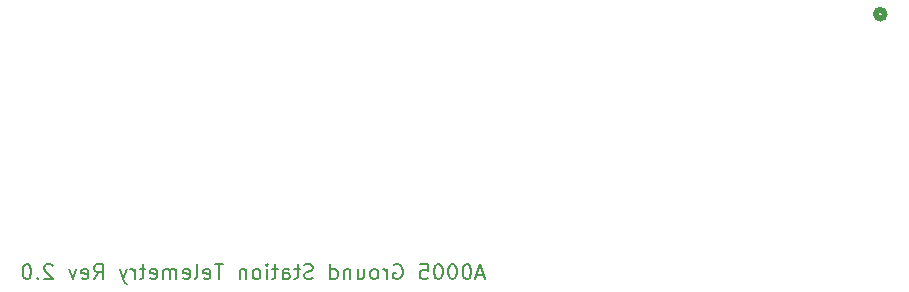
<source format=gbr>
%TF.GenerationSoftware,KiCad,Pcbnew,7.0.1*%
%TF.CreationDate,2023-04-09T14:50:30-07:00*%
%TF.ProjectId,Ground-Station-Telemetry,47726f75-6e64-42d5-9374-6174696f6e2d,rev?*%
%TF.SameCoordinates,Original*%
%TF.FileFunction,Legend,Bot*%
%TF.FilePolarity,Positive*%
%FSLAX46Y46*%
G04 Gerber Fmt 4.6, Leading zero omitted, Abs format (unit mm)*
G04 Created by KiCad (PCBNEW 7.0.1) date 2023-04-09 14:50:30*
%MOMM*%
%LPD*%
G01*
G04 APERTURE LIST*
%ADD10C,0.150000*%
%ADD11C,0.508000*%
G04 APERTURE END LIST*
D10*
X181331809Y-114397669D02*
X180727047Y-114397669D01*
X181452761Y-114760526D02*
X181029428Y-113490526D01*
X181029428Y-113490526D02*
X180606094Y-114760526D01*
X179940857Y-113490526D02*
X179819904Y-113490526D01*
X179819904Y-113490526D02*
X179698952Y-113551002D01*
X179698952Y-113551002D02*
X179638476Y-113611478D01*
X179638476Y-113611478D02*
X179578000Y-113732430D01*
X179578000Y-113732430D02*
X179517523Y-113974335D01*
X179517523Y-113974335D02*
X179517523Y-114276716D01*
X179517523Y-114276716D02*
X179578000Y-114518621D01*
X179578000Y-114518621D02*
X179638476Y-114639573D01*
X179638476Y-114639573D02*
X179698952Y-114700050D01*
X179698952Y-114700050D02*
X179819904Y-114760526D01*
X179819904Y-114760526D02*
X179940857Y-114760526D01*
X179940857Y-114760526D02*
X180061809Y-114700050D01*
X180061809Y-114700050D02*
X180122285Y-114639573D01*
X180122285Y-114639573D02*
X180182762Y-114518621D01*
X180182762Y-114518621D02*
X180243238Y-114276716D01*
X180243238Y-114276716D02*
X180243238Y-113974335D01*
X180243238Y-113974335D02*
X180182762Y-113732430D01*
X180182762Y-113732430D02*
X180122285Y-113611478D01*
X180122285Y-113611478D02*
X180061809Y-113551002D01*
X180061809Y-113551002D02*
X179940857Y-113490526D01*
X178731333Y-113490526D02*
X178610380Y-113490526D01*
X178610380Y-113490526D02*
X178489428Y-113551002D01*
X178489428Y-113551002D02*
X178428952Y-113611478D01*
X178428952Y-113611478D02*
X178368476Y-113732430D01*
X178368476Y-113732430D02*
X178307999Y-113974335D01*
X178307999Y-113974335D02*
X178307999Y-114276716D01*
X178307999Y-114276716D02*
X178368476Y-114518621D01*
X178368476Y-114518621D02*
X178428952Y-114639573D01*
X178428952Y-114639573D02*
X178489428Y-114700050D01*
X178489428Y-114700050D02*
X178610380Y-114760526D01*
X178610380Y-114760526D02*
X178731333Y-114760526D01*
X178731333Y-114760526D02*
X178852285Y-114700050D01*
X178852285Y-114700050D02*
X178912761Y-114639573D01*
X178912761Y-114639573D02*
X178973238Y-114518621D01*
X178973238Y-114518621D02*
X179033714Y-114276716D01*
X179033714Y-114276716D02*
X179033714Y-113974335D01*
X179033714Y-113974335D02*
X178973238Y-113732430D01*
X178973238Y-113732430D02*
X178912761Y-113611478D01*
X178912761Y-113611478D02*
X178852285Y-113551002D01*
X178852285Y-113551002D02*
X178731333Y-113490526D01*
X177521809Y-113490526D02*
X177400856Y-113490526D01*
X177400856Y-113490526D02*
X177279904Y-113551002D01*
X177279904Y-113551002D02*
X177219428Y-113611478D01*
X177219428Y-113611478D02*
X177158952Y-113732430D01*
X177158952Y-113732430D02*
X177098475Y-113974335D01*
X177098475Y-113974335D02*
X177098475Y-114276716D01*
X177098475Y-114276716D02*
X177158952Y-114518621D01*
X177158952Y-114518621D02*
X177219428Y-114639573D01*
X177219428Y-114639573D02*
X177279904Y-114700050D01*
X177279904Y-114700050D02*
X177400856Y-114760526D01*
X177400856Y-114760526D02*
X177521809Y-114760526D01*
X177521809Y-114760526D02*
X177642761Y-114700050D01*
X177642761Y-114700050D02*
X177703237Y-114639573D01*
X177703237Y-114639573D02*
X177763714Y-114518621D01*
X177763714Y-114518621D02*
X177824190Y-114276716D01*
X177824190Y-114276716D02*
X177824190Y-113974335D01*
X177824190Y-113974335D02*
X177763714Y-113732430D01*
X177763714Y-113732430D02*
X177703237Y-113611478D01*
X177703237Y-113611478D02*
X177642761Y-113551002D01*
X177642761Y-113551002D02*
X177521809Y-113490526D01*
X175949428Y-113490526D02*
X176554190Y-113490526D01*
X176554190Y-113490526D02*
X176614666Y-114095288D01*
X176614666Y-114095288D02*
X176554190Y-114034811D01*
X176554190Y-114034811D02*
X176433237Y-113974335D01*
X176433237Y-113974335D02*
X176130856Y-113974335D01*
X176130856Y-113974335D02*
X176009904Y-114034811D01*
X176009904Y-114034811D02*
X175949428Y-114095288D01*
X175949428Y-114095288D02*
X175888951Y-114216240D01*
X175888951Y-114216240D02*
X175888951Y-114518621D01*
X175888951Y-114518621D02*
X175949428Y-114639573D01*
X175949428Y-114639573D02*
X176009904Y-114700050D01*
X176009904Y-114700050D02*
X176130856Y-114760526D01*
X176130856Y-114760526D02*
X176433237Y-114760526D01*
X176433237Y-114760526D02*
X176554190Y-114700050D01*
X176554190Y-114700050D02*
X176614666Y-114639573D01*
X173711808Y-113551002D02*
X173832761Y-113490526D01*
X173832761Y-113490526D02*
X174014189Y-113490526D01*
X174014189Y-113490526D02*
X174195618Y-113551002D01*
X174195618Y-113551002D02*
X174316570Y-113671954D01*
X174316570Y-113671954D02*
X174377047Y-113792907D01*
X174377047Y-113792907D02*
X174437523Y-114034811D01*
X174437523Y-114034811D02*
X174437523Y-114216240D01*
X174437523Y-114216240D02*
X174377047Y-114458145D01*
X174377047Y-114458145D02*
X174316570Y-114579097D01*
X174316570Y-114579097D02*
X174195618Y-114700050D01*
X174195618Y-114700050D02*
X174014189Y-114760526D01*
X174014189Y-114760526D02*
X173893237Y-114760526D01*
X173893237Y-114760526D02*
X173711808Y-114700050D01*
X173711808Y-114700050D02*
X173651332Y-114639573D01*
X173651332Y-114639573D02*
X173651332Y-114216240D01*
X173651332Y-114216240D02*
X173893237Y-114216240D01*
X173107047Y-114760526D02*
X173107047Y-113913859D01*
X173107047Y-114155764D02*
X173046570Y-114034811D01*
X173046570Y-114034811D02*
X172986094Y-113974335D01*
X172986094Y-113974335D02*
X172865142Y-113913859D01*
X172865142Y-113913859D02*
X172744189Y-113913859D01*
X172139428Y-114760526D02*
X172260380Y-114700050D01*
X172260380Y-114700050D02*
X172320857Y-114639573D01*
X172320857Y-114639573D02*
X172381333Y-114518621D01*
X172381333Y-114518621D02*
X172381333Y-114155764D01*
X172381333Y-114155764D02*
X172320857Y-114034811D01*
X172320857Y-114034811D02*
X172260380Y-113974335D01*
X172260380Y-113974335D02*
X172139428Y-113913859D01*
X172139428Y-113913859D02*
X171957999Y-113913859D01*
X171957999Y-113913859D02*
X171837047Y-113974335D01*
X171837047Y-113974335D02*
X171776571Y-114034811D01*
X171776571Y-114034811D02*
X171716095Y-114155764D01*
X171716095Y-114155764D02*
X171716095Y-114518621D01*
X171716095Y-114518621D02*
X171776571Y-114639573D01*
X171776571Y-114639573D02*
X171837047Y-114700050D01*
X171837047Y-114700050D02*
X171957999Y-114760526D01*
X171957999Y-114760526D02*
X172139428Y-114760526D01*
X170627523Y-113913859D02*
X170627523Y-114760526D01*
X171171809Y-113913859D02*
X171171809Y-114579097D01*
X171171809Y-114579097D02*
X171111332Y-114700050D01*
X171111332Y-114700050D02*
X170990380Y-114760526D01*
X170990380Y-114760526D02*
X170808951Y-114760526D01*
X170808951Y-114760526D02*
X170687999Y-114700050D01*
X170687999Y-114700050D02*
X170627523Y-114639573D01*
X170022761Y-113913859D02*
X170022761Y-114760526D01*
X170022761Y-114034811D02*
X169962284Y-113974335D01*
X169962284Y-113974335D02*
X169841332Y-113913859D01*
X169841332Y-113913859D02*
X169659903Y-113913859D01*
X169659903Y-113913859D02*
X169538951Y-113974335D01*
X169538951Y-113974335D02*
X169478475Y-114095288D01*
X169478475Y-114095288D02*
X169478475Y-114760526D01*
X168329427Y-114760526D02*
X168329427Y-113490526D01*
X168329427Y-114700050D02*
X168450379Y-114760526D01*
X168450379Y-114760526D02*
X168692284Y-114760526D01*
X168692284Y-114760526D02*
X168813236Y-114700050D01*
X168813236Y-114700050D02*
X168873713Y-114639573D01*
X168873713Y-114639573D02*
X168934189Y-114518621D01*
X168934189Y-114518621D02*
X168934189Y-114155764D01*
X168934189Y-114155764D02*
X168873713Y-114034811D01*
X168873713Y-114034811D02*
X168813236Y-113974335D01*
X168813236Y-113974335D02*
X168692284Y-113913859D01*
X168692284Y-113913859D02*
X168450379Y-113913859D01*
X168450379Y-113913859D02*
X168329427Y-113974335D01*
X166817522Y-114700050D02*
X166636093Y-114760526D01*
X166636093Y-114760526D02*
X166333712Y-114760526D01*
X166333712Y-114760526D02*
X166212760Y-114700050D01*
X166212760Y-114700050D02*
X166152284Y-114639573D01*
X166152284Y-114639573D02*
X166091807Y-114518621D01*
X166091807Y-114518621D02*
X166091807Y-114397669D01*
X166091807Y-114397669D02*
X166152284Y-114276716D01*
X166152284Y-114276716D02*
X166212760Y-114216240D01*
X166212760Y-114216240D02*
X166333712Y-114155764D01*
X166333712Y-114155764D02*
X166575617Y-114095288D01*
X166575617Y-114095288D02*
X166696569Y-114034811D01*
X166696569Y-114034811D02*
X166757046Y-113974335D01*
X166757046Y-113974335D02*
X166817522Y-113853383D01*
X166817522Y-113853383D02*
X166817522Y-113732430D01*
X166817522Y-113732430D02*
X166757046Y-113611478D01*
X166757046Y-113611478D02*
X166696569Y-113551002D01*
X166696569Y-113551002D02*
X166575617Y-113490526D01*
X166575617Y-113490526D02*
X166273236Y-113490526D01*
X166273236Y-113490526D02*
X166091807Y-113551002D01*
X165728950Y-113913859D02*
X165245141Y-113913859D01*
X165547522Y-113490526D02*
X165547522Y-114579097D01*
X165547522Y-114579097D02*
X165487045Y-114700050D01*
X165487045Y-114700050D02*
X165366093Y-114760526D01*
X165366093Y-114760526D02*
X165245141Y-114760526D01*
X164277522Y-114760526D02*
X164277522Y-114095288D01*
X164277522Y-114095288D02*
X164337998Y-113974335D01*
X164337998Y-113974335D02*
X164458950Y-113913859D01*
X164458950Y-113913859D02*
X164700855Y-113913859D01*
X164700855Y-113913859D02*
X164821808Y-113974335D01*
X164277522Y-114700050D02*
X164398474Y-114760526D01*
X164398474Y-114760526D02*
X164700855Y-114760526D01*
X164700855Y-114760526D02*
X164821808Y-114700050D01*
X164821808Y-114700050D02*
X164882284Y-114579097D01*
X164882284Y-114579097D02*
X164882284Y-114458145D01*
X164882284Y-114458145D02*
X164821808Y-114337192D01*
X164821808Y-114337192D02*
X164700855Y-114276716D01*
X164700855Y-114276716D02*
X164398474Y-114276716D01*
X164398474Y-114276716D02*
X164277522Y-114216240D01*
X163854188Y-113913859D02*
X163370379Y-113913859D01*
X163672760Y-113490526D02*
X163672760Y-114579097D01*
X163672760Y-114579097D02*
X163612283Y-114700050D01*
X163612283Y-114700050D02*
X163491331Y-114760526D01*
X163491331Y-114760526D02*
X163370379Y-114760526D01*
X162947046Y-114760526D02*
X162947046Y-113913859D01*
X162947046Y-113490526D02*
X163007522Y-113551002D01*
X163007522Y-113551002D02*
X162947046Y-113611478D01*
X162947046Y-113611478D02*
X162886569Y-113551002D01*
X162886569Y-113551002D02*
X162947046Y-113490526D01*
X162947046Y-113490526D02*
X162947046Y-113611478D01*
X162160855Y-114760526D02*
X162281807Y-114700050D01*
X162281807Y-114700050D02*
X162342284Y-114639573D01*
X162342284Y-114639573D02*
X162402760Y-114518621D01*
X162402760Y-114518621D02*
X162402760Y-114155764D01*
X162402760Y-114155764D02*
X162342284Y-114034811D01*
X162342284Y-114034811D02*
X162281807Y-113974335D01*
X162281807Y-113974335D02*
X162160855Y-113913859D01*
X162160855Y-113913859D02*
X161979426Y-113913859D01*
X161979426Y-113913859D02*
X161858474Y-113974335D01*
X161858474Y-113974335D02*
X161797998Y-114034811D01*
X161797998Y-114034811D02*
X161737522Y-114155764D01*
X161737522Y-114155764D02*
X161737522Y-114518621D01*
X161737522Y-114518621D02*
X161797998Y-114639573D01*
X161797998Y-114639573D02*
X161858474Y-114700050D01*
X161858474Y-114700050D02*
X161979426Y-114760526D01*
X161979426Y-114760526D02*
X162160855Y-114760526D01*
X161193236Y-113913859D02*
X161193236Y-114760526D01*
X161193236Y-114034811D02*
X161132759Y-113974335D01*
X161132759Y-113974335D02*
X161011807Y-113913859D01*
X161011807Y-113913859D02*
X160830378Y-113913859D01*
X160830378Y-113913859D02*
X160709426Y-113974335D01*
X160709426Y-113974335D02*
X160648950Y-114095288D01*
X160648950Y-114095288D02*
X160648950Y-114760526D01*
X159257997Y-113490526D02*
X158532283Y-113490526D01*
X158895140Y-114760526D02*
X158895140Y-113490526D01*
X157625140Y-114700050D02*
X157746092Y-114760526D01*
X157746092Y-114760526D02*
X157987997Y-114760526D01*
X157987997Y-114760526D02*
X158108950Y-114700050D01*
X158108950Y-114700050D02*
X158169426Y-114579097D01*
X158169426Y-114579097D02*
X158169426Y-114095288D01*
X158169426Y-114095288D02*
X158108950Y-113974335D01*
X158108950Y-113974335D02*
X157987997Y-113913859D01*
X157987997Y-113913859D02*
X157746092Y-113913859D01*
X157746092Y-113913859D02*
X157625140Y-113974335D01*
X157625140Y-113974335D02*
X157564664Y-114095288D01*
X157564664Y-114095288D02*
X157564664Y-114216240D01*
X157564664Y-114216240D02*
X158169426Y-114337192D01*
X156838950Y-114760526D02*
X156959902Y-114700050D01*
X156959902Y-114700050D02*
X157020379Y-114579097D01*
X157020379Y-114579097D02*
X157020379Y-113490526D01*
X155871331Y-114700050D02*
X155992283Y-114760526D01*
X155992283Y-114760526D02*
X156234188Y-114760526D01*
X156234188Y-114760526D02*
X156355141Y-114700050D01*
X156355141Y-114700050D02*
X156415617Y-114579097D01*
X156415617Y-114579097D02*
X156415617Y-114095288D01*
X156415617Y-114095288D02*
X156355141Y-113974335D01*
X156355141Y-113974335D02*
X156234188Y-113913859D01*
X156234188Y-113913859D02*
X155992283Y-113913859D01*
X155992283Y-113913859D02*
X155871331Y-113974335D01*
X155871331Y-113974335D02*
X155810855Y-114095288D01*
X155810855Y-114095288D02*
X155810855Y-114216240D01*
X155810855Y-114216240D02*
X156415617Y-114337192D01*
X155266570Y-114760526D02*
X155266570Y-113913859D01*
X155266570Y-114034811D02*
X155206093Y-113974335D01*
X155206093Y-113974335D02*
X155085141Y-113913859D01*
X155085141Y-113913859D02*
X154903712Y-113913859D01*
X154903712Y-113913859D02*
X154782760Y-113974335D01*
X154782760Y-113974335D02*
X154722284Y-114095288D01*
X154722284Y-114095288D02*
X154722284Y-114760526D01*
X154722284Y-114095288D02*
X154661808Y-113974335D01*
X154661808Y-113974335D02*
X154540855Y-113913859D01*
X154540855Y-113913859D02*
X154359427Y-113913859D01*
X154359427Y-113913859D02*
X154238474Y-113974335D01*
X154238474Y-113974335D02*
X154177998Y-114095288D01*
X154177998Y-114095288D02*
X154177998Y-114760526D01*
X153089427Y-114700050D02*
X153210379Y-114760526D01*
X153210379Y-114760526D02*
X153452284Y-114760526D01*
X153452284Y-114760526D02*
X153573237Y-114700050D01*
X153573237Y-114700050D02*
X153633713Y-114579097D01*
X153633713Y-114579097D02*
X153633713Y-114095288D01*
X153633713Y-114095288D02*
X153573237Y-113974335D01*
X153573237Y-113974335D02*
X153452284Y-113913859D01*
X153452284Y-113913859D02*
X153210379Y-113913859D01*
X153210379Y-113913859D02*
X153089427Y-113974335D01*
X153089427Y-113974335D02*
X153028951Y-114095288D01*
X153028951Y-114095288D02*
X153028951Y-114216240D01*
X153028951Y-114216240D02*
X153633713Y-114337192D01*
X152666094Y-113913859D02*
X152182285Y-113913859D01*
X152484666Y-113490526D02*
X152484666Y-114579097D01*
X152484666Y-114579097D02*
X152424189Y-114700050D01*
X152424189Y-114700050D02*
X152303237Y-114760526D01*
X152303237Y-114760526D02*
X152182285Y-114760526D01*
X151758952Y-114760526D02*
X151758952Y-113913859D01*
X151758952Y-114155764D02*
X151698475Y-114034811D01*
X151698475Y-114034811D02*
X151637999Y-113974335D01*
X151637999Y-113974335D02*
X151517047Y-113913859D01*
X151517047Y-113913859D02*
X151396094Y-113913859D01*
X151093714Y-113913859D02*
X150791333Y-114760526D01*
X150488952Y-113913859D02*
X150791333Y-114760526D01*
X150791333Y-114760526D02*
X150912285Y-115062907D01*
X150912285Y-115062907D02*
X150972762Y-115123383D01*
X150972762Y-115123383D02*
X151093714Y-115183859D01*
X148311809Y-114760526D02*
X148735143Y-114155764D01*
X149037524Y-114760526D02*
X149037524Y-113490526D01*
X149037524Y-113490526D02*
X148553714Y-113490526D01*
X148553714Y-113490526D02*
X148432762Y-113551002D01*
X148432762Y-113551002D02*
X148372285Y-113611478D01*
X148372285Y-113611478D02*
X148311809Y-113732430D01*
X148311809Y-113732430D02*
X148311809Y-113913859D01*
X148311809Y-113913859D02*
X148372285Y-114034811D01*
X148372285Y-114034811D02*
X148432762Y-114095288D01*
X148432762Y-114095288D02*
X148553714Y-114155764D01*
X148553714Y-114155764D02*
X149037524Y-114155764D01*
X147283714Y-114700050D02*
X147404666Y-114760526D01*
X147404666Y-114760526D02*
X147646571Y-114760526D01*
X147646571Y-114760526D02*
X147767524Y-114700050D01*
X147767524Y-114700050D02*
X147828000Y-114579097D01*
X147828000Y-114579097D02*
X147828000Y-114095288D01*
X147828000Y-114095288D02*
X147767524Y-113974335D01*
X147767524Y-113974335D02*
X147646571Y-113913859D01*
X147646571Y-113913859D02*
X147404666Y-113913859D01*
X147404666Y-113913859D02*
X147283714Y-113974335D01*
X147283714Y-113974335D02*
X147223238Y-114095288D01*
X147223238Y-114095288D02*
X147223238Y-114216240D01*
X147223238Y-114216240D02*
X147828000Y-114337192D01*
X146799905Y-113913859D02*
X146497524Y-114760526D01*
X146497524Y-114760526D02*
X146195143Y-113913859D01*
X144804191Y-113611478D02*
X144743715Y-113551002D01*
X144743715Y-113551002D02*
X144622762Y-113490526D01*
X144622762Y-113490526D02*
X144320381Y-113490526D01*
X144320381Y-113490526D02*
X144199429Y-113551002D01*
X144199429Y-113551002D02*
X144138953Y-113611478D01*
X144138953Y-113611478D02*
X144078476Y-113732430D01*
X144078476Y-113732430D02*
X144078476Y-113853383D01*
X144078476Y-113853383D02*
X144138953Y-114034811D01*
X144138953Y-114034811D02*
X144864667Y-114760526D01*
X144864667Y-114760526D02*
X144078476Y-114760526D01*
X143534191Y-114639573D02*
X143473714Y-114700050D01*
X143473714Y-114700050D02*
X143534191Y-114760526D01*
X143534191Y-114760526D02*
X143594667Y-114700050D01*
X143594667Y-114700050D02*
X143534191Y-114639573D01*
X143534191Y-114639573D02*
X143534191Y-114760526D01*
X142687524Y-113490526D02*
X142566571Y-113490526D01*
X142566571Y-113490526D02*
X142445619Y-113551002D01*
X142445619Y-113551002D02*
X142385143Y-113611478D01*
X142385143Y-113611478D02*
X142324667Y-113732430D01*
X142324667Y-113732430D02*
X142264190Y-113974335D01*
X142264190Y-113974335D02*
X142264190Y-114276716D01*
X142264190Y-114276716D02*
X142324667Y-114518621D01*
X142324667Y-114518621D02*
X142385143Y-114639573D01*
X142385143Y-114639573D02*
X142445619Y-114700050D01*
X142445619Y-114700050D02*
X142566571Y-114760526D01*
X142566571Y-114760526D02*
X142687524Y-114760526D01*
X142687524Y-114760526D02*
X142808476Y-114700050D01*
X142808476Y-114700050D02*
X142868952Y-114639573D01*
X142868952Y-114639573D02*
X142929429Y-114518621D01*
X142929429Y-114518621D02*
X142989905Y-114276716D01*
X142989905Y-114276716D02*
X142989905Y-113974335D01*
X142989905Y-113974335D02*
X142929429Y-113732430D01*
X142929429Y-113732430D02*
X142868952Y-113611478D01*
X142868952Y-113611478D02*
X142808476Y-113551002D01*
X142808476Y-113551002D02*
X142687524Y-113490526D01*
D11*
%TO.C,P3*%
X215265000Y-92329000D02*
G75*
G03*
X215265000Y-92329000I-381000J0D01*
G01*
%TD*%
M02*

</source>
